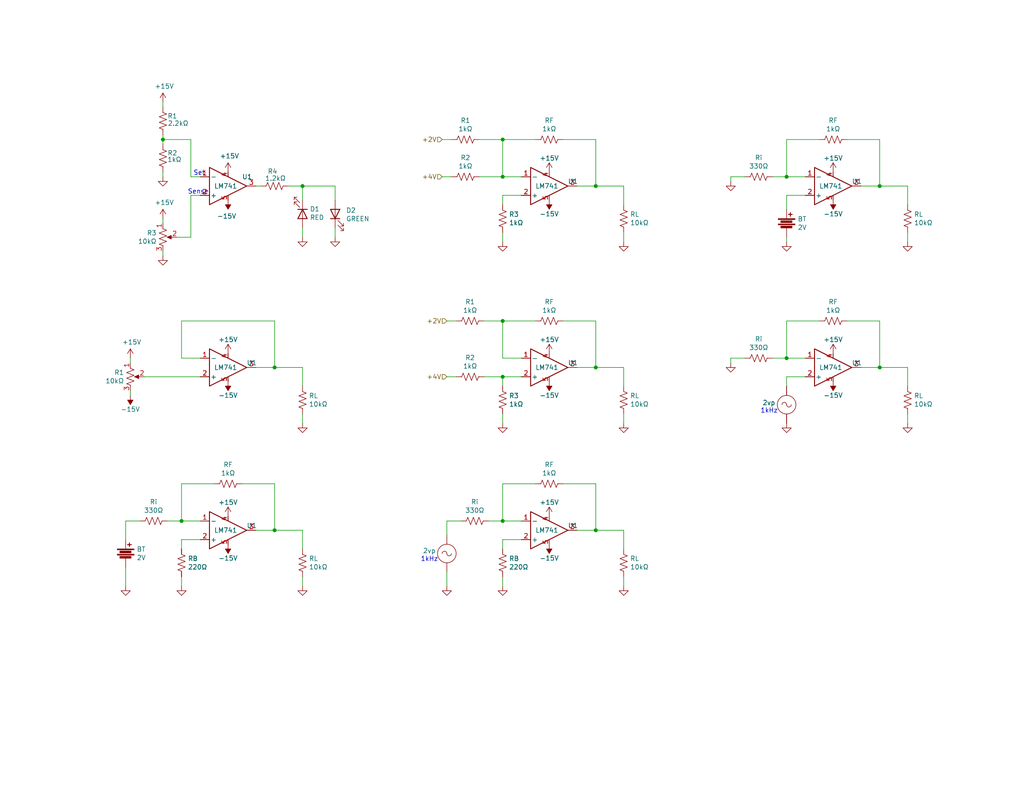
<source format=kicad_sch>
(kicad_sch (version 20211123) (generator eeschema)
  (paper "A")
  (lib_symbols
    (symbol "S2020-rescue:+15V-power" (power) (pin_names (offset 0))
      (property "Value" "+15V-power" (at 0 3.556 0))
      (symbol "+15V-power_0_1"
        (polyline (pts (xy -0.762 1.27) (xy 0 2.54)))
        (polyline (pts (xy 0 0) (xy 0 2.54)))
        (polyline (pts (xy 0 2.54) (xy 0.762 1.27)))
      )
      (symbol "+15V-power_1_1"
        (pin power_in line (at 0 0 90) (length 0) hide (name "+15V") (number "1"))
      )
    )
    (symbol "S2020-rescue:-15V-power" (power) (pin_names (offset 0))
      (property "Value" "-15V-power" (at 0 3.81 0))
      (symbol "-15V-power_0_0"
        (pin power_in line (at 0 0 90) (length 0) hide (name "-15V") (number "1"))
      )
      (symbol "-15V-power_0_1"
        (polyline (pts (xy 0 0) (xy 0 1.27) (xy 0.762 1.27) (xy 0 2.54) (xy -0.762 1.27) (xy 0 1.27)) (fill (type outline)))
      )
    )
    (symbol "S2020-rescue:Battery-00TJR" (pin_numbers hide) (pin_names (offset 0))
      (property "Reference" "BT" (at 2.54 1.27 0))
      (property "Value" "Battery-00TJR" (at 2.54 -1.27 0))
      (symbol "Battery-00TJR_0_1"
        (rectangle (start -2.286 -0.1778) (end 2.286 -0.4318) (fill (type outline)))
        (rectangle (start -2.286 1.27) (end 2.286 1.016) (fill (type outline)))
        (rectangle (start -1.5748 -0.762) (end 1.4732 -1.27) (fill (type outline)))
        (rectangle (start -1.5748 0.6858) (end 1.4732 0.1778) (fill (type outline)))
        (polyline (pts (xy 0.508 2.413) (xy 1.524 2.413)) (stroke (width 0.254)))
        (polyline (pts (xy 1.016 2.921) (xy 1.016 1.905)) (stroke (width 0.254)))
      )
      (symbol "Battery-00TJR_1_1"
        (pin passive line (at 0 3.81 270) (length 2.54) (name "~") (number "1"))
        (pin passive line (at 0 -3.81 90) (length 2.54) (name "~") (number "2"))
      )
    )
    (symbol "S2020-rescue:GND-power" (power) (pin_names (offset 0))
      (property "Value" "GND-power" (at 0 -3.81 0))
      (symbol "GND-power_0_1"
        (polyline (pts (xy 0 0) (xy 0 -1.27) (xy 1.27 -1.27) (xy 0 -2.54) (xy -1.27 -1.27) (xy 0 -1.27)))
      )
      (symbol "GND-power_1_1"
        (pin power_in line (at 0 0 270) (length 0) hide (name "GND") (number "1"))
      )
    )
    (symbol "S2020-rescue:LED-Device" (pin_numbers hide) (pin_names (offset 1.016) hide)
      (property "Reference" "D" (at 0 2.54 0))
      (property "Value" "LED-Device" (at 0 -2.54 0))
      (symbol "LED-Device_0_1"
        (polyline (pts (xy -1.27 -1.27) (xy -1.27 1.27)) (stroke (width 0.254)))
        (polyline (pts (xy -1.27 0) (xy 1.27 0)))
        (polyline (pts (xy 1.27 -1.27) (xy 1.27 1.27) (xy -1.27 0) (xy 1.27 -1.27)) (stroke (width 0.254)))
        (polyline (pts (xy -3.048 -0.762) (xy -4.572 -2.286) (xy -3.81 -2.286) (xy -4.572 -2.286) (xy -4.572 -1.524)))
        (polyline (pts (xy -1.778 -0.762) (xy -3.302 -2.286) (xy -2.54 -2.286) (xy -3.302 -2.286) (xy -3.302 -1.524)))
      )
      (symbol "LED-Device_1_1"
        (pin passive line (at -3.81 0 0) (length 2.54) (name "K") (number "1"))
        (pin passive line (at 3.81 0 180) (length 2.54) (name "A") (number "2"))
      )
    )
    (symbol "S2020-rescue:OPAMPTJR-00TJR" (pin_names (offset 0.254))
      (property "Reference" "U" (at 3.81 3.175 0))
      (property "Value" "OPAMPTJR-00TJR" (at 3.81 -3.175 0))
      (symbol "OPAMPTJR-00TJR_0_1"
        (polyline (pts (xy 5.08 0) (xy -5.08 5.08) (xy -5.08 -5.08) (xy 5.08 0)) (stroke (width 0.254)))
      )
      (symbol "OPAMPTJR-00TJR_1_1"
        (pin input line (at -7.62 2.54 0) (length 2.54) (name "-") (number "1"))
        (pin input line (at -7.62 -2.54 0) (length 2.54) (name "+") (number "2"))
        (pin output line (at 7.62 0 180) (length 2.54) (name "~") (number "3"))
        (pin power_in line (at 0 3.81 270) (length 1.2446) (name "V+") (number "4"))
        (pin power_in line (at 0 -3.81 90) (length 1.2446) (name "V-") (number "5"))
      )
    )
    (symbol "S2020-rescue:R_POT_US-Device" (pin_names (offset 1.016) hide)
      (property "Reference" "RV" (at -4.445 0 90))
      (property "Value" "R_POT_US-Device" (at -2.54 0 90))
      (symbol "R_POT_US-Device_0_1"
        (polyline (pts (xy 0 -2.286) (xy 0 -2.54)))
        (polyline (pts (xy 0 2.54) (xy 0 2.286)))
        (polyline (pts (xy 2.54 0) (xy 1.524 0)))
        (polyline (pts (xy 1.143 0) (xy 2.286 0.508) (xy 2.286 -0.508) (xy 1.143 0)) (fill (type outline)))
        (polyline (pts (xy 0 -0.762) (xy 1.016 -1.143) (xy 0 -1.524) (xy -1.016 -1.905) (xy 0 -2.286)))
        (polyline (pts (xy 0 0.762) (xy 1.016 0.381) (xy 0 0) (xy -1.016 -0.381) (xy 0 -0.762)))
        (polyline (pts (xy 0 2.286) (xy 1.016 1.905) (xy 0 1.524) (xy -1.016 1.143) (xy 0 0.762)))
      )
      (symbol "R_POT_US-Device_1_1"
        (pin passive line (at 0 3.81 270) (length 1.27) (name "1") (number "1"))
        (pin passive line (at 3.81 0 180) (length 1.27) (name "2") (number "2"))
        (pin passive line (at 0 -3.81 90) (length 1.27) (name "3") (number "3"))
      )
    )
    (symbol "S2020-rescue:R_US-Device" (pin_numbers hide) (pin_names (offset 0))
      (property "Reference" "R" (at 2.54 0 90))
      (property "Value" "R_US-Device" (at -2.54 0 90))
      (symbol "R_US-Device_0_1"
        (polyline (pts (xy 0 -2.286) (xy 0 -2.54)))
        (polyline (pts (xy 0 2.286) (xy 0 2.54)))
        (polyline (pts (xy 0 -0.762) (xy 1.016 -1.143) (xy 0 -1.524) (xy -1.016 -1.905) (xy 0 -2.286)))
        (polyline (pts (xy 0 0.762) (xy 1.016 0.381) (xy 0 0) (xy -1.016 -0.381) (xy 0 -0.762)))
        (polyline (pts (xy 0 2.286) (xy 1.016 1.905) (xy 0 1.524) (xy -1.016 1.143) (xy 0 0.762)))
      )
      (symbol "R_US-Device_1_1"
        (pin passive line (at 0 3.81 270) (length 1.27) (name "~") (number "1"))
        (pin passive line (at 0 -3.81 90) (length 1.27) (name "~") (number "2"))
      )
    )
    (symbol "S2020-rescue:Vgen-00TJR" (pin_numbers hide) (pin_names (offset 0))
      (property "Reference" "G" (at -4.8768 1.3462 0))
      (property "Value" "Vgen-00TJR" (at -4.8514 3.429 0))
      (symbol "Vgen-00TJR_0_1"
        (arc (start 0 0) (mid -0.635 0.635) (end -1.27 0))
        (arc (start 0 0) (mid 0.635 -0.635) (end 1.27 0))
        (circle (center 0 0) (radius 2.54))
      )
      (symbol "Vgen-00TJR_1_1"
        (pin passive line (at 0 5.08 270) (length 2.54) (name "~") (number "1"))
        (pin passive line (at 0 -5.08 90) (length 2.54) (name "~") (number "2"))
      )
    )
  )
  (junction (at 162.56 100.33))
  (junction (at 137.16 142.24))
  (junction (at 49.53 142.24))
  (junction (at 240.03 50.8))
  (junction (at 214.63 97.79))
  (junction (at 137.16 87.63))
  (junction (at 82.55 50.8))
  (junction (at 137.16 102.87))
  (junction (at 74.93 100.33))
  (junction (at 137.16 48.26))
  (junction (at 214.63 48.26))
  (junction (at 74.93 144.78))
  (junction (at 44.45 38.1))
  (junction (at 162.56 144.78))
  (junction (at 137.16 38.1))
  (junction (at 240.03 100.33))
  (junction (at 162.56 50.8))
  (wire (pts (xy 219.71 97.79) (xy 214.63 97.79)))
  (wire (pts (xy 170.18 50.8) (xy 170.18 55.88)))
  (wire (pts (xy 34.29 142.24) (xy 34.29 147.32)))
  (wire (pts (xy 52.07 48.26) (xy 54.61 48.26)))
  (wire (pts (xy 34.29 154.94) (xy 34.29 160.02)))
  (wire (pts (xy 162.56 132.08) (xy 153.67 132.08)))
  (wire (pts (xy 170.18 63.5) (xy 170.18 66.04)))
  (wire (pts (xy 137.16 38.1) (xy 137.16 48.26)))
  (wire (pts (xy 49.53 87.63) (xy 74.93 87.63)))
  (wire (pts (xy 199.39 97.79) (xy 203.2 97.79)))
  (wire (pts (xy 199.39 48.26) (xy 199.39 49.53)))
  (wire (pts (xy 137.16 87.63) (xy 137.16 97.79)))
  (wire (pts (xy 44.45 59.69) (xy 44.45 60.96)))
  (wire (pts (xy 214.63 87.63) (xy 214.63 97.79)))
  (wire (pts (xy 82.55 100.33) (xy 74.93 100.33)))
  (wire (pts (xy 247.65 100.33) (xy 240.03 100.33)))
  (wire (pts (xy 214.63 64.77) (xy 214.63 66.04)))
  (wire (pts (xy 170.18 113.03) (xy 170.18 115.57)))
  (wire (pts (xy 199.39 97.79) (xy 199.39 99.06)))
  (wire (pts (xy 49.53 142.24) (xy 45.72 142.24)))
  (wire (pts (xy 35.56 97.79) (xy 35.56 99.06)))
  (wire (pts (xy 214.63 38.1) (xy 214.63 48.26)))
  (wire (pts (xy 130.81 38.1) (xy 137.16 38.1)))
  (wire (pts (xy 91.44 62.23) (xy 91.44 64.77)))
  (wire (pts (xy 121.92 142.24) (xy 121.92 146.05)))
  (wire (pts (xy 91.44 50.8) (xy 91.44 54.61)))
  (wire (pts (xy 240.03 38.1) (xy 231.14 38.1)))
  (wire (pts (xy 137.16 157.48) (xy 137.16 160.02)))
  (wire (pts (xy 69.85 100.33) (xy 74.93 100.33)))
  (wire (pts (xy 162.56 50.8) (xy 162.56 38.1)))
  (wire (pts (xy 247.65 63.5) (xy 247.65 66.04)))
  (wire (pts (xy 199.39 48.26) (xy 203.2 48.26)))
  (wire (pts (xy 74.93 100.33) (xy 74.93 87.63)))
  (wire (pts (xy 82.55 144.78) (xy 74.93 144.78)))
  (wire (pts (xy 44.45 46.99) (xy 44.45 48.26)))
  (wire (pts (xy 52.07 53.34) (xy 54.61 53.34)))
  (wire (pts (xy 170.18 157.48) (xy 170.18 160.02)))
  (wire (pts (xy 219.71 48.26) (xy 214.63 48.26)))
  (wire (pts (xy 240.03 87.63) (xy 231.14 87.63)))
  (wire (pts (xy 58.42 132.08) (xy 49.53 132.08)))
  (wire (pts (xy 162.56 144.78) (xy 162.56 132.08)))
  (wire (pts (xy 39.37 102.87) (xy 54.61 102.87)))
  (wire (pts (xy 54.61 142.24) (xy 49.53 142.24)))
  (wire (pts (xy 52.07 64.77) (xy 52.07 53.34)))
  (wire (pts (xy 44.45 27.94) (xy 44.45 29.21)))
  (wire (pts (xy 146.05 132.08) (xy 137.16 132.08)))
  (wire (pts (xy 146.05 87.63) (xy 137.16 87.63)))
  (wire (pts (xy 52.07 38.1) (xy 52.07 48.26)))
  (wire (pts (xy 142.24 142.24) (xy 137.16 142.24)))
  (wire (pts (xy 137.16 53.34) (xy 137.16 55.88)))
  (wire (pts (xy 170.18 100.33) (xy 170.18 105.41)))
  (wire (pts (xy 132.08 87.63) (xy 137.16 87.63)))
  (wire (pts (xy 44.45 38.1) (xy 52.07 38.1)))
  (wire (pts (xy 142.24 53.34) (xy 137.16 53.34)))
  (wire (pts (xy 162.56 87.63) (xy 153.67 87.63)))
  (wire (pts (xy 49.53 157.48) (xy 49.53 160.02)))
  (wire (pts (xy 82.55 157.48) (xy 82.55 160.02)))
  (wire (pts (xy 74.93 144.78) (xy 74.93 132.08)))
  (wire (pts (xy 69.85 50.8) (xy 71.12 50.8)))
  (wire (pts (xy 54.61 147.32) (xy 49.53 147.32)))
  (wire (pts (xy 82.55 54.61) (xy 82.55 50.8)))
  (wire (pts (xy 170.18 144.78) (xy 170.18 149.86)))
  (wire (pts (xy 121.92 156.21) (xy 121.92 160.02)))
  (wire (pts (xy 240.03 100.33) (xy 240.03 87.63)))
  (wire (pts (xy 234.95 50.8) (xy 240.03 50.8)))
  (wire (pts (xy 124.46 102.87) (xy 121.92 102.87)))
  (wire (pts (xy 137.16 142.24) (xy 133.35 142.24)))
  (wire (pts (xy 170.18 100.33) (xy 162.56 100.33)))
  (wire (pts (xy 146.05 38.1) (xy 137.16 38.1)))
  (wire (pts (xy 48.26 64.77) (xy 52.07 64.77)))
  (wire (pts (xy 49.53 147.32) (xy 49.53 149.86)))
  (wire (pts (xy 34.29 142.24) (xy 38.1 142.24)))
  (wire (pts (xy 223.52 87.63) (xy 214.63 87.63)))
  (wire (pts (xy 142.24 48.26) (xy 137.16 48.26)))
  (wire (pts (xy 49.53 132.08) (xy 49.53 142.24)))
  (wire (pts (xy 54.61 97.79) (xy 49.53 97.79)))
  (wire (pts (xy 82.55 113.03) (xy 82.55 115.57)))
  (wire (pts (xy 162.56 100.33) (xy 162.56 87.63)))
  (wire (pts (xy 78.74 50.8) (xy 82.55 50.8)))
  (wire (pts (xy 137.16 102.87) (xy 137.16 105.41)))
  (wire (pts (xy 157.48 50.8) (xy 162.56 50.8)))
  (wire (pts (xy 132.08 102.87) (xy 137.16 102.87)))
  (wire (pts (xy 137.16 113.03) (xy 137.16 115.57)))
  (wire (pts (xy 121.92 142.24) (xy 125.73 142.24)))
  (wire (pts (xy 35.56 106.68) (xy 35.56 107.95)))
  (wire (pts (xy 247.65 100.33) (xy 247.65 105.41)))
  (wire (pts (xy 142.24 147.32) (xy 137.16 147.32)))
  (wire (pts (xy 142.24 102.87) (xy 137.16 102.87)))
  (wire (pts (xy 44.45 36.83) (xy 44.45 38.1)))
  (wire (pts (xy 69.85 144.78) (xy 74.93 144.78)))
  (wire (pts (xy 214.63 53.34) (xy 219.71 53.34)))
  (wire (pts (xy 123.19 38.1) (xy 120.65 38.1)))
  (wire (pts (xy 247.65 50.8) (xy 240.03 50.8)))
  (wire (pts (xy 44.45 68.58) (xy 44.45 69.85)))
  (wire (pts (xy 82.55 144.78) (xy 82.55 149.86)))
  (wire (pts (xy 214.63 102.87) (xy 219.71 102.87)))
  (wire (pts (xy 137.16 147.32) (xy 137.16 149.86)))
  (wire (pts (xy 49.53 87.63) (xy 49.53 97.79)))
  (wire (pts (xy 157.48 144.78) (xy 162.56 144.78)))
  (wire (pts (xy 120.65 48.26) (xy 123.19 48.26)))
  (wire (pts (xy 247.65 113.03) (xy 247.65 115.57)))
  (wire (pts (xy 121.92 87.63) (xy 124.46 87.63)))
  (wire (pts (xy 137.16 63.5) (xy 137.16 66.04)))
  (wire (pts (xy 82.55 100.33) (xy 82.55 105.41)))
  (wire (pts (xy 130.81 48.26) (xy 137.16 48.26)))
  (wire (pts (xy 234.95 100.33) (xy 240.03 100.33)))
  (wire (pts (xy 44.45 38.1) (xy 44.45 39.37)))
  (wire (pts (xy 214.63 48.26) (xy 210.82 48.26)))
  (wire (pts (xy 214.63 53.34) (xy 214.63 57.15)))
  (wire (pts (xy 162.56 38.1) (xy 153.67 38.1)))
  (wire (pts (xy 74.93 132.08) (xy 66.04 132.08)))
  (wire (pts (xy 82.55 62.23) (xy 82.55 64.77)))
  (wire (pts (xy 137.16 132.08) (xy 137.16 142.24)))
  (wire (pts (xy 82.55 50.8) (xy 91.44 50.8)))
  (wire (pts (xy 170.18 144.78) (xy 162.56 144.78)))
  (wire (pts (xy 157.48 100.33) (xy 162.56 100.33)))
  (wire (pts (xy 214.63 97.79) (xy 210.82 97.79)))
  (wire (pts (xy 240.03 50.8) (xy 240.03 38.1)))
  (wire (pts (xy 142.24 97.79) (xy 137.16 97.79)))
  (wire (pts (xy 170.18 50.8) (xy 162.56 50.8)))
  (wire (pts (xy 247.65 50.8) (xy 247.65 55.88)))
  (wire (pts (xy 223.52 38.1) (xy 214.63 38.1)))
  (wire (pts (xy 214.63 102.87) (xy 214.63 105.41)))
  (text "1kHz" (at 114.7572 153.4922 0) (effects (font (size 1.27 1.27)) (justify left bottom)))
  (text "Set" (at 52.7558 48.0822 0) (effects (font (size 1.27 1.27)) (justify left bottom)))
  (text "Sense" (at 51.2064 53.1876 0) (effects (font (size 1.27 1.27)) (justify left bottom)))
  (text "1kHz" (at 207.4672 112.9792 0) (effects (font (size 1.27 1.27)) (justify left bottom)))
  (hierarchical_label "+4V" (shape input) (at 120.65 48.26 180))
  (hierarchical_label "+2V" (shape input) (at 121.92 87.63 180))
  (hierarchical_label "+4V" (shape input) (at 121.92 102.87 180))
  (hierarchical_label "+2V" (shape input) (at 120.65 38.1 180))
  (symbol (lib_id "S2020-rescue:OPAMPTJR-00TJR") (at 62.23 50.8 0) (unit 1)
    (property "Reference" "U1" (at 66.04 48.26 0) (effects (justify left)))
    (property "Value" "LM741" (at 58.42 50.8 0) (effects (justify left)))
  )
  (symbol (lib_id "S2020-rescue:+15V-power") (at 62.23 46.99 0) (unit 1)
    (property "Reference" "#PWR?" (effects hide))
    (property "Value" "+15V" (at 62.611 42.5958 0))
  )
  (symbol (lib_id "S2020-rescue:-15V-power") (at 62.23 54.61 180) (unit 1)
    (property "Reference" "#PWR?" (effects hide))
    (property "Value" "-15V" (at 61.849 59.0042 0))
  )
  (symbol (lib_id "S2020-rescue:OPAMPTJR-00TJR") (at 149.86 144.78 0) (unit 1)
    (property "Reference" "U1" (at 154.94 143.51 0) (effects (justify left)))
    (property "Value" "LM741" (at 146.05 144.78 0) (effects (justify left)))
  )
  (symbol (lib_id "S2020-rescue:+15V-power") (at 149.86 140.97 0) (unit 1)
    (property "Reference" "#PWR?" (effects hide))
    (property "Value" "+15V" (at 149.86 137.16 0))
  )
  (symbol (lib_id "S2020-rescue:-15V-power") (at 149.86 148.59 180) (unit 1)
    (property "Reference" "#PWR?" (effects hide))
    (property "Value" "-15V" (at 149.86 152.4 0))
  )
  (symbol (lib_id "S2020-rescue:R_US-Device") (at 137.16 153.67 0) (unit 1)
    (property "Reference" "RB" (at 138.8872 152.5016 0) (effects (justify left)))
    (property "Value" "220Ω" (at 138.8872 154.813 0) (effects (justify left)))
  )
  (symbol (lib_id "S2020-rescue:R_US-Device") (at 44.45 43.18 180) (unit 1)
    (property "Reference" "R2" (at 47.0408 41.783 0))
    (property "Value" "1kΩ" (at 47.5996 43.561 0))
  )
  (symbol (lib_id "S2020-rescue:R_US-Device") (at 74.93 50.8 270) (unit 1)
    (property "Reference" "R4" (at 74.3712 46.7868 90))
    (property "Value" "1.2kΩ" (at 75.1586 48.6918 90))
  )
  (symbol (lib_id "S2020-rescue:R_US-Device") (at 149.86 132.08 270) (unit 1)
    (property "Reference" "RF" (at 149.86 126.873 90))
    (property "Value" "1kΩ" (at 149.86 129.1844 90))
  )
  (symbol (lib_id "S2020-rescue:R_US-Device") (at 129.54 142.24 270) (unit 1)
    (property "Reference" "Ri" (at 129.54 137.033 90))
    (property "Value" "330Ω" (at 129.54 139.3444 90))
  )
  (symbol (lib_id "S2020-rescue:R_US-Device") (at 170.18 153.67 0) (unit 1)
    (property "Reference" "RL" (at 171.9072 152.5016 0) (effects (justify left)))
    (property "Value" "10kΩ" (at 171.9072 154.813 0) (effects (justify left)))
  )
  (symbol (lib_id "S2020-rescue:GND-power") (at 121.92 160.02 0) (unit 1)
    (property "Value" "GND" (effects hide))
  )
  (symbol (lib_id "S2020-rescue:Vgen-00TJR") (at 121.92 151.13 0) (unit 1)
    (property "Reference" "G?" (effects hide))
    (property "Value" "2vp" (at 115.3668 150.368 0) (effects (justify left)))
  )
  (symbol (lib_id "S2020-rescue:GND-power") (at 137.16 160.02 0) (unit 1)
    (property "Value" "GND" (effects hide))
  )
  (symbol (lib_id "S2020-rescue:GND-power") (at 170.18 160.02 0) (unit 1)
    (property "Value" "GND" (effects hide))
  )
  (symbol (lib_id "S2020-rescue:OPAMPTJR-00TJR") (at 227.33 100.33 0) (unit 1)
    (property "Reference" "U1" (at 232.41 99.06 0) (effects (justify left)))
    (property "Value" "LM741" (at 223.52 100.33 0) (effects (justify left)))
  )
  (symbol (lib_id "S2020-rescue:+15V-power") (at 227.33 96.52 0) (unit 1)
    (property "Reference" "#PWR?" (effects hide))
    (property "Value" "+15V" (at 227.33 92.71 0))
  )
  (symbol (lib_id "S2020-rescue:-15V-power") (at 227.33 104.14 180) (unit 1)
    (property "Reference" "#PWR?" (effects hide))
    (property "Value" "-15V" (at 227.33 107.95 0))
  )
  (symbol (lib_id "S2020-rescue:R_US-Device") (at 227.33 87.63 270) (unit 1)
    (property "Reference" "RF" (at 227.33 82.423 90))
    (property "Value" "1kΩ" (at 227.33 84.7344 90))
  )
  (symbol (lib_id "S2020-rescue:R_US-Device") (at 207.01 97.79 270) (unit 1)
    (property "Reference" "Ri" (at 207.01 92.583 90))
    (property "Value" "330Ω" (at 207.01 94.8944 90))
  )
  (symbol (lib_id "S2020-rescue:R_US-Device") (at 247.65 109.22 0) (unit 1)
    (property "Reference" "RL" (at 249.3772 108.0516 0) (effects (justify left)))
    (property "Value" "10kΩ" (at 249.3772 110.363 0) (effects (justify left)))
  )
  (symbol (lib_id "S2020-rescue:GND-power") (at 214.63 115.57 0) (unit 1)
    (property "Value" "GND" (effects hide))
  )
  (symbol (lib_id "S2020-rescue:Vgen-00TJR") (at 214.63 110.49 0) (unit 1)
    (property "Reference" "G?" (effects hide))
    (property "Value" "2vp" (at 208.026 109.9566 0) (effects (justify left)))
  )
  (symbol (lib_id "S2020-rescue:GND-power") (at 247.65 115.57 0) (unit 1)
    (property "Value" "GND" (effects hide))
  )
  (symbol (lib_id "S2020-rescue:GND-power") (at 199.39 99.06 0) (unit 1)
    (property "Value" "GND" (effects hide))
  )
  (symbol (lib_id "S2020-rescue:R_US-Device") (at 44.45 33.02 180) (unit 1)
    (property "Reference" "R1" (at 47.0408 31.6738 0))
    (property "Value" "2.2kΩ" (at 48.6156 33.6804 0))
  )
  (symbol (lib_id "S2020-rescue:OPAMPTJR-00TJR") (at 62.23 100.33 0) (unit 1)
    (property "Reference" "U1" (at 67.31 99.06 0) (effects (justify left)))
    (property "Value" "LM741" (at 58.42 100.33 0) (effects (justify left)))
  )
  (symbol (lib_id "S2020-rescue:+15V-power") (at 62.23 96.52 0) (unit 1)
    (property "Reference" "#PWR?" (effects hide))
    (property "Value" "+15V" (at 62.23 92.71 0))
  )
  (symbol (lib_id "S2020-rescue:-15V-power") (at 62.23 104.14 180) (unit 1)
    (property "Reference" "#PWR?" (effects hide))
    (property "Value" "-15V" (at 62.23 107.95 0))
  )
  (symbol (lib_id "S2020-rescue:R_US-Device") (at 82.55 109.22 0) (unit 1)
    (property "Reference" "RL" (at 84.2772 108.0516 0) (effects (justify left)))
    (property "Value" "10kΩ" (at 84.2772 110.363 0) (effects (justify left)))
  )
  (symbol (lib_id "S2020-rescue:GND-power") (at 82.55 115.57 0) (unit 1)
    (property "Value" "GND" (effects hide))
  )
  (symbol (lib_id "S2020-rescue:R_POT_US-Device") (at 44.45 64.77 0) (unit 1)
    (property "Reference" "R3" (at 42.7482 63.6016 0) (effects (justify right)))
    (property "Value" "10kΩ" (at 42.7482 65.913 0) (effects (justify right)))
  )
  (symbol (lib_id "S2020-rescue:LED-Device") (at 82.55 58.42 270) (unit 1)
    (property "Reference" "D1" (at 84.5312 57.0738 90) (effects (justify left)))
    (property "Value" "RED" (at 84.5312 59.3852 90) (effects (justify left)))
  )
  (symbol (lib_id "S2020-rescue:R_POT_US-Device") (at 35.56 102.87 0) (unit 1)
    (property "Reference" "R1" (at 33.8582 101.7016 0) (effects (justify right)))
    (property "Value" "10kΩ" (at 33.8582 104.013 0) (effects (justify right)))
  )
  (symbol (lib_id "S2020-rescue:+15V-power") (at 35.56 97.79 0) (unit 1)
    (property "Reference" "#PWR?" (effects hide))
    (property "Value" "+15V" (at 35.941 93.3958 0))
  )
  (symbol (lib_id "S2020-rescue:LED-Device") (at 91.44 58.42 90) (unit 1)
    (property "Reference" "D2" (at 94.4118 57.4294 90) (effects (justify right)))
    (property "Value" "GREEN" (at 94.4118 59.7408 90) (effects (justify right)))
  )
  (symbol (lib_id "S2020-rescue:+15V-power") (at 44.45 27.94 0) (unit 1)
    (property "Reference" "#PWR?" (effects hide))
    (property "Value" "+15V" (at 44.831 23.5458 0))
  )
  (symbol (lib_id "S2020-rescue:+15V-power") (at 44.45 59.69 0) (unit 1)
    (property "Reference" "#PWR?" (effects hide))
    (property "Value" "+15V" (at 44.831 55.2958 0))
  )
  (symbol (lib_id "S2020-rescue:GND-power") (at 44.45 69.85 0) (unit 1)
    (property "Value" "GND" (effects hide))
  )
  (symbol (lib_id "S2020-rescue:GND-power") (at 44.45 48.26 0) (unit 1)
    (property "Value" "GND" (effects hide))
  )
  (symbol (lib_id "S2020-rescue:GND-power") (at 82.55 64.77 0) (unit 1)
    (property "Value" "GND" (effects hide))
  )
  (symbol (lib_id "S2020-rescue:GND-power") (at 91.44 64.77 0) (unit 1)
    (property "Value" "GND" (effects hide))
  )
  (symbol (lib_id "S2020-rescue:OPAMPTJR-00TJR") (at 149.86 50.8 0) (unit 1)
    (property "Reference" "U1" (at 154.94 49.53 0) (effects (justify left)))
    (property "Value" "LM741" (at 146.05 50.8 0) (effects (justify left)))
  )
  (symbol (lib_id "S2020-rescue:+15V-power") (at 149.86 46.99 0) (unit 1)
    (property "Reference" "#PWR?" (effects hide))
    (property "Value" "+15V" (at 149.86 43.18 0))
  )
  (symbol (lib_id "S2020-rescue:-15V-power") (at 149.86 54.61 180) (unit 1)
    (property "Reference" "#PWR?" (effects hide))
    (property "Value" "-15V" (at 149.86 58.42 0))
  )
  (symbol (lib_id "S2020-rescue:R_US-Device") (at 137.16 59.69 0) (unit 1)
    (property "Reference" "R3" (at 138.8872 58.5216 0) (effects (justify left)))
    (property "Value" "1kΩ" (at 138.8872 60.833 0) (effects (justify left)))
  )
  (symbol (lib_id "S2020-rescue:R_US-Device") (at 149.86 38.1 270) (unit 1)
    (property "Reference" "RF" (at 149.86 32.893 90))
    (property "Value" "1kΩ" (at 149.86 35.2044 90))
  )
  (symbol (lib_id "S2020-rescue:R_US-Device") (at 170.18 59.69 0) (unit 1)
    (property "Reference" "RL" (at 171.9072 58.5216 0) (effects (justify left)))
    (property "Value" "10kΩ" (at 171.9072 60.833 0) (effects (justify left)))
  )
  (symbol (lib_id "S2020-rescue:GND-power") (at 137.16 66.04 0) (unit 1)
    (property "Value" "GND" (effects hide))
  )
  (symbol (lib_id "S2020-rescue:GND-power") (at 170.18 66.04 0) (unit 1)
    (property "Value" "GND" (effects hide))
  )
  (symbol (lib_id "S2020-rescue:R_US-Device") (at 127 38.1 270) (unit 1)
    (property "Reference" "R1" (at 127 32.893 90))
    (property "Value" "1kΩ" (at 127 35.2044 90))
  )
  (symbol (lib_id "S2020-rescue:R_US-Device") (at 127 48.26 270) (unit 1)
    (property "Reference" "R2" (at 127 43.053 90))
    (property "Value" "1kΩ" (at 127 45.3644 90))
  )
  (symbol (lib_id "S2020-rescue:OPAMPTJR-00TJR") (at 149.86 100.33 0) (unit 1)
    (property "Reference" "U1" (at 154.94 99.06 0) (effects (justify left)))
    (property "Value" "LM741" (at 146.05 100.33 0) (effects (justify left)))
  )
  (symbol (lib_id "S2020-rescue:+15V-power") (at 149.86 96.52 0) (unit 1)
    (property "Reference" "#PWR?" (effects hide))
    (property "Value" "+15V" (at 149.86 92.71 0))
  )
  (symbol (lib_id "S2020-rescue:-15V-power") (at 149.86 104.14 180) (unit 1)
    (property "Reference" "#PWR?" (effects hide))
    (property "Value" "-15V" (at 149.86 107.95 0))
  )
  (symbol (lib_id "S2020-rescue:R_US-Device") (at 137.16 109.22 0) (unit 1)
    (property "Reference" "R3" (at 138.8872 108.0516 0) (effects (justify left)))
    (property "Value" "1kΩ" (at 138.8872 110.363 0) (effects (justify left)))
  )
  (symbol (lib_id "S2020-rescue:R_US-Device") (at 149.86 87.63 270) (unit 1)
    (property "Reference" "RF" (at 149.86 82.423 90))
    (property "Value" "1kΩ" (at 149.86 84.7344 90))
  )
  (symbol (lib_id "S2020-rescue:R_US-Device") (at 128.27 102.87 270) (unit 1)
    (property "Reference" "R2" (at 128.27 97.663 90))
    (property "Value" "1kΩ" (at 128.27 99.9744 90))
  )
  (symbol (lib_id "S2020-rescue:R_US-Device") (at 170.18 109.22 0) (unit 1)
    (property "Reference" "RL" (at 171.9072 108.0516 0) (effects (justify left)))
    (property "Value" "10kΩ" (at 171.9072 110.363 0) (effects (justify left)))
  )
  (symbol (lib_id "S2020-rescue:GND-power") (at 137.16 115.57 0) (unit 1)
    (property "Value" "GND" (effects hide))
  )
  (symbol (lib_id "S2020-rescue:GND-power") (at 170.18 115.57 0) (unit 1)
    (property "Value" "GND" (effects hide))
  )
  (symbol (lib_id "S2020-rescue:R_US-Device") (at 128.27 87.63 270) (unit 1)
    (property "Reference" "R1" (at 128.27 82.423 90))
    (property "Value" "1kΩ" (at 128.27 84.7344 90))
  )
  (symbol (lib_id "S2020-rescue:OPAMPTJR-00TJR") (at 62.23 144.78 0) (unit 1)
    (property "Reference" "U1" (at 67.31 143.51 0) (effects (justify left)))
    (property "Value" "LM741" (at 58.42 144.78 0) (effects (justify left)))
  )
  (symbol (lib_id "S2020-rescue:+15V-power") (at 62.23 140.97 0) (unit 1)
    (property "Reference" "#PWR?" (effects hide))
    (property "Value" "+15V" (at 62.23 137.16 0))
  )
  (symbol (lib_id "S2020-rescue:-15V-power") (at 62.23 148.59 180) (unit 1)
    (property "Reference" "#PWR?" (effects hide))
    (property "Value" "-15V" (at 62.23 152.4 0))
  )
  (symbol (lib_id "S2020-rescue:R_US-Device") (at 49.53 153.67 0) (unit 1)
    (property "Reference" "RB" (at 51.2572 152.5016 0) (effects (justify left)))
    (property "Value" "220Ω" (at 51.2572 154.813 0) (effects (justify left)))
  )
  (symbol (lib_id "S2020-rescue:R_US-Device") (at 62.23 132.08 270) (unit 1)
    (property "Reference" "RF" (at 62.23 126.873 90))
    (property "Value" "1kΩ" (at 62.23 129.1844 90))
  )
  (symbol (lib_id "S2020-rescue:R_US-Device") (at 41.91 142.24 270) (unit 1)
    (property "Reference" "Ri" (at 41.91 137.033 90))
    (property "Value" "330Ω" (at 41.91 139.3444 90))
  )
  (symbol (lib_id "S2020-rescue:R_US-Device") (at 82.55 153.67 0) (unit 1)
    (property "Reference" "RL" (at 84.2772 152.5016 0) (effects (justify left)))
    (property "Value" "10kΩ" (at 84.2772 154.813 0) (effects (justify left)))
  )
  (symbol (lib_id "S2020-rescue:GND-power") (at 34.29 160.02 0) (unit 1)
    (property "Value" "GND" (effects hide))
  )
  (symbol (lib_id "S2020-rescue:GND-power") (at 49.53 160.02 0) (unit 1)
    (property "Value" "GND" (effects hide))
  )
  (symbol (lib_id "S2020-rescue:GND-power") (at 82.55 160.02 0) (unit 1)
    (property "Value" "GND" (effects hide))
  )
  (symbol (lib_id "S2020-rescue:OPAMPTJR-00TJR") (at 227.33 50.8 0) (unit 1)
    (property "Reference" "U1" (at 232.41 49.53 0) (effects (justify left)))
    (property "Value" "LM741" (at 223.52 50.8 0) (effects (justify left)))
  )
  (symbol (lib_id "S2020-rescue:+15V-power") (at 227.33 46.99 0) (unit 1)
    (property "Reference" "#PWR?" (effects hide))
    (property "Value" "+15V" (at 227.33 43.18 0))
  )
  (symbol (lib_id "S2020-rescue:-15V-power") (at 227.33 54.61 180) (unit 1)
    (property "Reference" "#PWR?" (effects hide))
    (property "Value" "-15V" (at 227.33 58.42 0))
  )
  (symbol (lib_id "S2020-rescue:R_US-Device") (at 227.33 38.1 270) (unit 1)
    (property "Reference" "RF" (at 227.33 32.893 90))
    (property "Value" "1kΩ" (at 227.33 35.2044 90))
  )
  (symbol (lib_id "S2020-rescue:R_US-Device") (at 207.01 48.26 270) (unit 1)
    (property "Reference" "Ri" (at 207.01 43.053 90))
    (property "Value" "330Ω" (at 207.01 45.3644 90))
  )
  (symbol (lib_id "S2020-rescue:R_US-Device") (at 247.65 59.69 0) (unit 1)
    (property "Reference" "RL" (at 249.3772 58.5216 0) (effects (justify left)))
    (property "Value" "10kΩ" (at 249.3772 60.833 0) (effects (justify left)))
  )
  (symbol (lib_id "S2020-rescue:GND-power") (at 214.63 66.04 0) (unit 1)
    (property "Value" "GND" (effects hide))
  )
  (symbol (lib_id "S2020-rescue:GND-power") (at 247.65 66.04 0) (unit 1)
    (property "Value" "GND" (effects hide))
  )
  (symbol (lib_id "S2020-rescue:GND-power") (at 199.39 49.53 0) (unit 1)
    (property "Value" "GND" (effects hide))
  )
  (symbol (lib_id "S2020-rescue:Battery-00TJR") (at 34.29 151.13 0) (unit 1)
    (property "Reference" "BT" (at 37.2872 149.9616 0) (effects (justify left)))
    (property "Value" "2V" (at 37.2872 152.273 0) (effects (justify left)))
  )
  (symbol (lib_id "S2020-rescue:Battery-00TJR") (at 214.63 60.96 0) (unit 1)
    (property "Reference" "BT" (at 217.6272 59.7916 0) (effects (justify left)))
    (property "Value" "2V" (at 217.6272 62.103 0) (effects (justify left)))
  )
  (symbol (lib_id "S2020-rescue:-15V-power") (at 35.56 107.95 180) (unit 1)
    (property "Reference" "#PWR?" (effects hide))
    (property "Value" "-15V" (at 35.56 111.76 0))
  )
)
</source>
